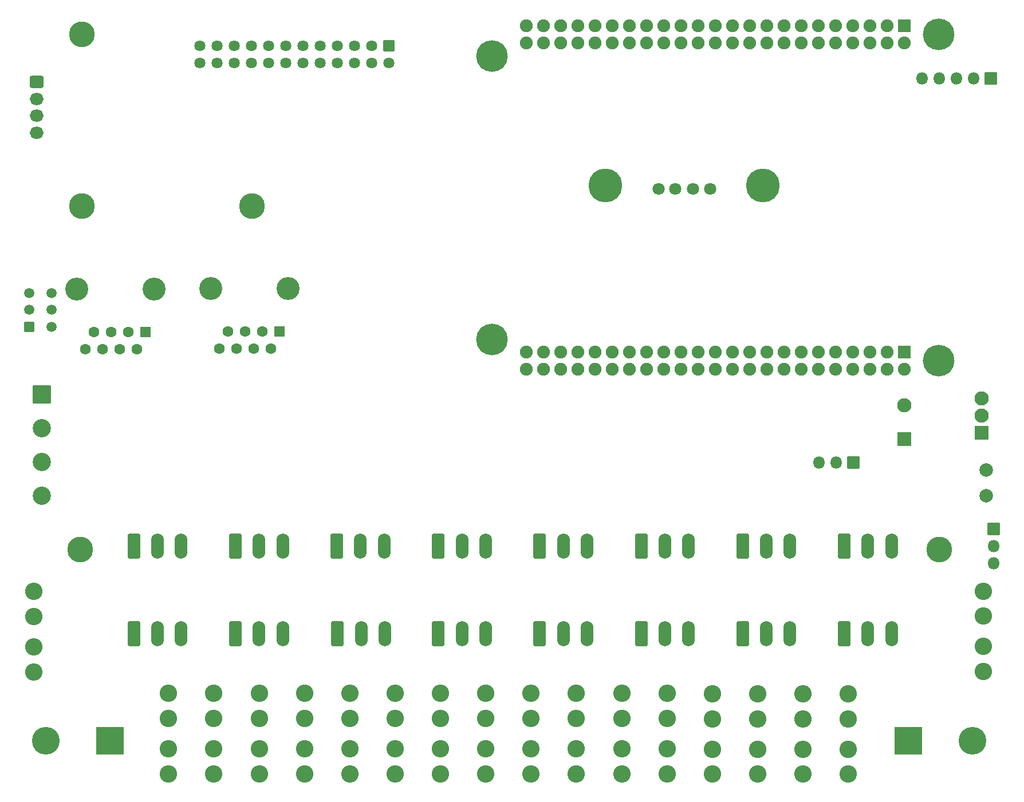
<source format=gbr>
%TF.GenerationSoftware,KiCad,Pcbnew,(6.0.5)*%
%TF.CreationDate,2022-05-19T23:50:40-04:00*%
%TF.ProjectId,BBB_16,4242425f-3136-42e6-9b69-6361645f7063,v2*%
%TF.SameCoordinates,Original*%
%TF.FileFunction,Soldermask,Bot*%
%TF.FilePolarity,Negative*%
%FSLAX46Y46*%
G04 Gerber Fmt 4.6, Leading zero omitted, Abs format (unit mm)*
G04 Created by KiCad (PCBNEW (6.0.5)) date 2022-05-19 23:50:40*
%MOMM*%
%LPD*%
G01*
G04 APERTURE LIST*
G04 Aperture macros list*
%AMRoundRect*
0 Rectangle with rounded corners*
0 $1 Rounding radius*
0 $2 $3 $4 $5 $6 $7 $8 $9 X,Y pos of 4 corners*
0 Add a 4 corners polygon primitive as box body*
4,1,4,$2,$3,$4,$5,$6,$7,$8,$9,$2,$3,0*
0 Add four circle primitives for the rounded corners*
1,1,$1+$1,$2,$3*
1,1,$1+$1,$4,$5*
1,1,$1+$1,$6,$7*
1,1,$1+$1,$8,$9*
0 Add four rect primitives between the rounded corners*
20,1,$1+$1,$2,$3,$4,$5,0*
20,1,$1+$1,$4,$5,$6,$7,0*
20,1,$1+$1,$6,$7,$8,$9,0*
20,1,$1+$1,$8,$9,$2,$3,0*%
G04 Aperture macros list end*
%ADD10C,2.577000*%
%ADD11RoundRect,0.301000X-0.650000X-1.550000X0.650000X-1.550000X0.650000X1.550000X-0.650000X1.550000X0*%
%ADD12O,1.902000X3.702000*%
%ADD13RoundRect,0.051000X-0.850000X0.850000X-0.850000X-0.850000X0.850000X-0.850000X0.850000X0.850000X0*%
%ADD14O,1.802000X1.802000*%
%ADD15C,3.802000*%
%ADD16C,5.000000*%
%ADD17C,1.802000*%
%ADD18C,3.402000*%
%ADD19RoundRect,0.051000X0.750000X0.750000X-0.750000X0.750000X-0.750000X-0.750000X0.750000X-0.750000X0*%
%ADD20C,1.602000*%
%ADD21RoundRect,0.051000X2.000000X2.000000X-2.000000X2.000000X-2.000000X-2.000000X2.000000X-2.000000X0*%
%ADD22C,4.102000*%
%ADD23RoundRect,0.051000X-2.000000X-2.000000X2.000000X-2.000000X2.000000X2.000000X-2.000000X2.000000X0*%
%ADD24RoundRect,0.051000X0.765000X0.765000X-0.765000X0.765000X-0.765000X-0.765000X0.765000X-0.765000X0*%
%ADD25C,1.632000*%
%ADD26RoundRect,0.051000X-0.900000X-0.900000X0.900000X-0.900000X0.900000X0.900000X-0.900000X0.900000X0*%
%ADD27C,1.902000*%
%ADD28C,4.674000*%
%ADD29RoundRect,0.051000X1.000000X-1.000000X1.000000X1.000000X-1.000000X1.000000X-1.000000X-1.000000X0*%
%ADD30C,2.102000*%
%ADD31RoundRect,0.301000X-0.725000X0.600000X-0.725000X-0.600000X0.725000X-0.600000X0.725000X0.600000X0*%
%ADD32O,2.052000X1.802000*%
%ADD33C,2.006000*%
%ADD34RoundRect,0.051000X-0.850000X-0.850000X0.850000X-0.850000X0.850000X0.850000X-0.850000X0.850000X0*%
%ADD35RoundRect,0.051000X-1.300000X1.300000X-1.300000X-1.300000X1.300000X-1.300000X1.300000X1.300000X0*%
%ADD36C,2.702000*%
%ADD37RoundRect,0.051000X0.700000X-0.700000X0.700000X0.700000X-0.700000X0.700000X-0.700000X-0.700000X0*%
%ADD38C,1.502000*%
G04 APERTURE END LIST*
D10*
%TO.C,F18*%
X74282600Y-135238600D03*
X74282600Y-131538600D03*
X74282600Y-127038600D03*
X74282600Y-123338600D03*
%TD*%
D11*
%TO.C,J2*%
X89100000Y-129600000D03*
D12*
X92600000Y-129600000D03*
X96100000Y-129600000D03*
%TD*%
D11*
%TO.C,J5*%
X119100000Y-116600000D03*
D12*
X122600000Y-116600000D03*
X126100000Y-116600000D03*
%TD*%
D11*
%TO.C,J6*%
X119214342Y-129600000D03*
D12*
X122714342Y-129600000D03*
X126214342Y-129600000D03*
%TD*%
D11*
%TO.C,J7*%
X134100000Y-116600000D03*
D12*
X137600000Y-116600000D03*
X141100000Y-116600000D03*
%TD*%
D11*
%TO.C,J8*%
X134100000Y-129600000D03*
D12*
X137600000Y-129600000D03*
X141100000Y-129600000D03*
%TD*%
D11*
%TO.C,J9*%
X149100000Y-116600000D03*
D12*
X152600000Y-116600000D03*
X156100000Y-116600000D03*
%TD*%
D11*
%TO.C,J10*%
X149100000Y-129600000D03*
D12*
X152600000Y-129600000D03*
X156100000Y-129600000D03*
%TD*%
D11*
%TO.C,J11*%
X164100000Y-116600000D03*
D12*
X167600000Y-116600000D03*
X171100000Y-116600000D03*
%TD*%
D11*
%TO.C,J12*%
X164100000Y-129600000D03*
D12*
X167600000Y-129600000D03*
X171100000Y-129600000D03*
%TD*%
D11*
%TO.C,J13*%
X179100000Y-116600000D03*
D12*
X182600000Y-116600000D03*
X186100000Y-116600000D03*
%TD*%
D11*
%TO.C,J14*%
X179100000Y-129600000D03*
D12*
X182600000Y-129600000D03*
X186100000Y-129600000D03*
%TD*%
D11*
%TO.C,J15*%
X194100000Y-116600000D03*
D12*
X197600000Y-116600000D03*
X201100000Y-116600000D03*
%TD*%
D11*
%TO.C,J16*%
X194100000Y-129600000D03*
D12*
X197600000Y-129600000D03*
X201100000Y-129600000D03*
%TD*%
D10*
%TO.C,F1*%
X94222600Y-150288600D03*
X94222600Y-146588600D03*
X94222600Y-142088600D03*
X94222600Y-138388600D03*
%TD*%
%TO.C,F7*%
X134425198Y-150298600D03*
X134425198Y-146598600D03*
X134425198Y-142098600D03*
X134425198Y-138398600D03*
%TD*%
%TO.C,F14*%
X181328229Y-150363600D03*
X181328229Y-146663600D03*
X181328229Y-142163600D03*
X181328229Y-138463600D03*
%TD*%
%TO.C,F2*%
X100923033Y-150303600D03*
X100923033Y-146603600D03*
X100923033Y-142103600D03*
X100923033Y-138403600D03*
%TD*%
%TO.C,F6*%
X127724765Y-150298600D03*
X127724765Y-146598600D03*
X127724765Y-142098600D03*
X127724765Y-138398600D03*
%TD*%
%TO.C,F8*%
X141125631Y-150298600D03*
X141125631Y-146598600D03*
X141125631Y-142098600D03*
X141125631Y-138398600D03*
%TD*%
%TO.C,F9*%
X147826064Y-150298600D03*
X147826064Y-146598600D03*
X147826064Y-142098600D03*
X147826064Y-138398600D03*
%TD*%
%TO.C,F10*%
X154526497Y-150298600D03*
X154526497Y-146598600D03*
X154526497Y-142098600D03*
X154526497Y-138398600D03*
%TD*%
%TO.C,F16*%
X194729100Y-150363600D03*
X194729100Y-146663600D03*
X194729100Y-142163600D03*
X194729100Y-138463600D03*
%TD*%
%TO.C,F5*%
X121024332Y-150298600D03*
X121024332Y-146598600D03*
X121024332Y-142098600D03*
X121024332Y-138398600D03*
%TD*%
%TO.C,F3*%
X107623466Y-150303600D03*
X107623466Y-146603600D03*
X107623466Y-142103600D03*
X107623466Y-138403600D03*
%TD*%
%TO.C,F13*%
X174627796Y-150363600D03*
X174627796Y-146663600D03*
X174627796Y-142163600D03*
X174627796Y-138463600D03*
%TD*%
%TO.C,F11*%
X161226930Y-150298600D03*
X161226930Y-146598600D03*
X161226930Y-142098600D03*
X161226930Y-138398600D03*
%TD*%
%TO.C,F4*%
X114323899Y-150303600D03*
X114323899Y-146603600D03*
X114323899Y-142103600D03*
X114323899Y-138403600D03*
%TD*%
D11*
%TO.C,J1*%
X89100000Y-116600000D03*
D12*
X92600000Y-116600000D03*
X96100000Y-116600000D03*
%TD*%
D11*
%TO.C,J3*%
X104100000Y-116600000D03*
D12*
X107600000Y-116600000D03*
X111100000Y-116600000D03*
%TD*%
D11*
%TO.C,J4*%
X104100000Y-129600000D03*
D12*
X107600000Y-129600000D03*
X111100000Y-129600000D03*
%TD*%
D13*
%TO.C,J25*%
X215767000Y-47499800D03*
D14*
X213227000Y-47499800D03*
X210687000Y-47499800D03*
X208147000Y-47499800D03*
X205607000Y-47499800D03*
%TD*%
D10*
%TO.C,F15*%
X188028662Y-150363600D03*
X188028662Y-146663600D03*
X188028662Y-142163600D03*
X188028662Y-138463600D03*
%TD*%
%TO.C,F12*%
X167927363Y-150298600D03*
X167927363Y-146598600D03*
X167927363Y-142098600D03*
X167927363Y-138398600D03*
%TD*%
D15*
%TO.C,H4*%
X81427600Y-66318600D03*
%TD*%
%TO.C,H3*%
X106527600Y-66318600D03*
%TD*%
D16*
%TO.C,J26*%
X158817000Y-63299800D03*
X182117000Y-63299800D03*
D17*
X166667000Y-63799800D03*
X169167000Y-63799800D03*
X171767000Y-63799800D03*
X174267000Y-63799800D03*
%TD*%
D15*
%TO.C,H2*%
X81127600Y-117118600D03*
%TD*%
D10*
%TO.C,F17*%
X214726000Y-135181800D03*
X214726000Y-131481800D03*
X214726000Y-126981800D03*
X214726000Y-123281800D03*
%TD*%
D18*
%TO.C,J20*%
X80689500Y-78649800D03*
X92119500Y-78649800D03*
D19*
X90849500Y-84999800D03*
D20*
X89579500Y-87539800D03*
X88309500Y-84999800D03*
X87039500Y-87539800D03*
X85769500Y-84999800D03*
X84499500Y-87539800D03*
X83229500Y-84999800D03*
X81959500Y-87539800D03*
%TD*%
D21*
%TO.C,J17*%
X85567000Y-145399800D03*
D22*
X76067000Y-145399800D03*
%TD*%
D23*
%TO.C,J18*%
X203567000Y-145399800D03*
D22*
X213067000Y-145399800D03*
%TD*%
D18*
%TO.C,J21*%
X100489500Y-78549800D03*
X111919500Y-78549800D03*
D19*
X110649500Y-84899800D03*
D20*
X109379500Y-87439800D03*
X108109500Y-84899800D03*
X106839500Y-87439800D03*
X105569500Y-84899800D03*
X104299500Y-87439800D03*
X103029500Y-84899800D03*
X101759500Y-87439800D03*
%TD*%
D24*
%TO.C,J24*%
X126837000Y-42629800D03*
D25*
X126837000Y-45169800D03*
X124297000Y-42629800D03*
X124297000Y-45169800D03*
X121757000Y-42629800D03*
X121757000Y-45169800D03*
X119217000Y-42629800D03*
X119217000Y-45169800D03*
X116677000Y-42629800D03*
X116677000Y-45169800D03*
X114137000Y-42629800D03*
X114137000Y-45169800D03*
X111597000Y-42629800D03*
X111597000Y-45169800D03*
X109057000Y-42629800D03*
X109057000Y-45169800D03*
X106517000Y-42629800D03*
X106517000Y-45169800D03*
X103977000Y-42629800D03*
X103977000Y-45169800D03*
X101437000Y-42629800D03*
X101437000Y-45169800D03*
X98897000Y-42629800D03*
X98897000Y-45169800D03*
%TD*%
D26*
%TO.C,U1*%
X202962000Y-87959800D03*
D27*
X202962000Y-90499800D03*
X200422000Y-87959800D03*
X200422000Y-90499800D03*
X197882000Y-87959800D03*
X197882000Y-90499800D03*
X195342000Y-87959800D03*
X195342000Y-90499800D03*
X192802000Y-87959800D03*
X192802000Y-90499800D03*
X190262000Y-87959800D03*
X190262000Y-90499800D03*
X187722000Y-87959800D03*
X187722000Y-90499800D03*
X185182000Y-87959800D03*
X185182000Y-90499800D03*
X182642000Y-87959800D03*
X182642000Y-90499800D03*
X180102000Y-87959800D03*
X180102000Y-90499800D03*
X177562000Y-87959800D03*
X177562000Y-90499800D03*
X175022000Y-87959800D03*
X175022000Y-90499800D03*
X172482000Y-87959800D03*
X172482000Y-90499800D03*
X169942000Y-87959800D03*
X169942000Y-90499800D03*
X167402000Y-87959800D03*
X167402000Y-90499800D03*
X164862000Y-87959800D03*
X164862000Y-90499800D03*
X162322000Y-87959800D03*
X162322000Y-90499800D03*
X159782000Y-87959800D03*
X159782000Y-90499800D03*
X157242000Y-87959800D03*
X157242000Y-90499800D03*
X154702000Y-87959800D03*
X154702000Y-90499800D03*
X152162000Y-87959800D03*
X152162000Y-90499800D03*
X149622000Y-87959800D03*
X149622000Y-90499800D03*
X147082000Y-87959800D03*
X147082000Y-90499800D03*
D26*
X202962000Y-39699800D03*
D27*
X202962000Y-42239800D03*
X200422000Y-39699800D03*
X200422000Y-42239800D03*
X197882000Y-39699800D03*
X197882000Y-42239800D03*
X195342000Y-39699800D03*
X195342000Y-42239800D03*
X192802000Y-39699800D03*
X192802000Y-42239800D03*
X190262000Y-39699800D03*
X190262000Y-42239800D03*
X187722000Y-39699800D03*
X187722000Y-42239800D03*
X185182000Y-39699800D03*
X185182000Y-42239800D03*
X182642000Y-39699800D03*
X182642000Y-42239800D03*
X180102000Y-39699800D03*
X180102000Y-42239800D03*
X177562000Y-39699800D03*
X177562000Y-42239800D03*
X175022000Y-39699800D03*
X175022000Y-42239800D03*
X172482000Y-39699800D03*
X172482000Y-42239800D03*
X169942000Y-39699800D03*
X169942000Y-42239800D03*
X167402000Y-39699800D03*
X167402000Y-42239800D03*
X164862000Y-39699800D03*
X164862000Y-42239800D03*
X162322000Y-39699800D03*
X162322000Y-42239800D03*
X159782000Y-39699800D03*
X159782000Y-42239800D03*
X157242000Y-39699800D03*
X157242000Y-42239800D03*
X154702000Y-39699800D03*
X154702000Y-42239800D03*
X152162000Y-39699800D03*
X152162000Y-42239800D03*
X149622000Y-39699800D03*
X149622000Y-42239800D03*
X147082000Y-39699800D03*
X147082000Y-42239800D03*
D28*
X142002000Y-44144800D03*
X208042000Y-40969800D03*
X208042000Y-89229800D03*
X142002000Y-86054800D03*
%TD*%
D15*
%TO.C,H1*%
X208127600Y-117118600D03*
%TD*%
D13*
%TO.C,J23*%
X195492000Y-104299800D03*
D14*
X192952000Y-104299800D03*
X190412000Y-104299800D03*
%TD*%
D29*
%TO.C,U2*%
X214467000Y-99899800D03*
D30*
X214467000Y-97359800D03*
X214467000Y-94819800D03*
%TD*%
D31*
%TO.C,J19*%
X74767000Y-47999800D03*
D32*
X74767000Y-50499800D03*
X74767000Y-52999800D03*
X74767000Y-55499800D03*
%TD*%
D33*
%TO.C,J27*%
X215117459Y-109205360D03*
X215117459Y-105395360D03*
%TD*%
D34*
%TO.C,J28*%
X216167000Y-114099800D03*
D14*
X216167000Y-116639800D03*
X216167000Y-119179800D03*
%TD*%
D35*
%TO.C,J22*%
X75467000Y-94199800D03*
D36*
X75467000Y-99199800D03*
X75467000Y-104199800D03*
X75467000Y-109199800D03*
%TD*%
D37*
%TO.C,SW6*%
X73667000Y-84199800D03*
D38*
X73667000Y-81699800D03*
X73667000Y-79199800D03*
X76967000Y-84199800D03*
X76967000Y-81699800D03*
X76967000Y-79199800D03*
%TD*%
D29*
%TO.C,C1*%
X202967000Y-100767477D03*
D30*
X202967000Y-95767477D03*
%TD*%
D15*
%TO.C,H5*%
X81427600Y-40918600D03*
%TD*%
M02*

</source>
